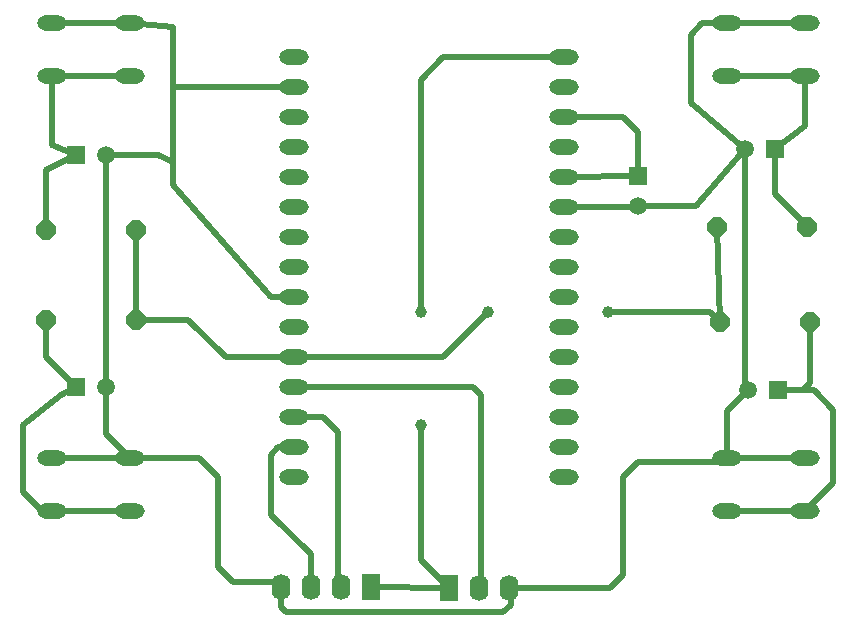
<source format=gbr>
G04 --- HEADER BEGIN --- *
G04 #@! TF.GenerationSoftware,LibrePCB,LibrePCB,0.1.6*
G04 #@! TF.CreationDate,2022-09-15T14:24:33*
G04 #@! TF.ProjectId,D&D Alerter,e525b3f6-46db-4784-bcd4-d1e7e9f5ff90,v1*
G04 #@! TF.Part,Single*
G04 #@! TF.SameCoordinates*
G04 #@! TF.FileFunction,Copper,L2,Bot*
G04 #@! TF.FilePolarity,Positive*
%FSLAX66Y66*%
%MOMM*%
G01*
G75*
G04 --- HEADER END --- *
G04 --- APERTURE LIST BEGIN --- *
G04 #@! TA.AperFunction,ComponentPad*
%ADD10O,1.587X2.19*%
%ADD11R,1.587X2.19*%
%ADD12C,1.5*%
%ADD13R,1.5X1.5*%
%ADD14O,2.5X1.3*%
%AMROTATEDOCTAGON15*4,1,8,0.8128,0.336673,0.336673,0.8128,-0.336673,0.8128,-0.8128,0.336673,-0.8128,-0.336673,-0.336673,-0.8128,0.336673,-0.8128,0.8128,-0.336673,0.8128,0.336673,0.0*%
%ADD15ROTATEDOCTAGON15*%
G04 #@! TA.AperFunction,Conductor*
%ADD16C,0.5*%
G04 #@! TA.AperFunction,ViaPad*
%ADD17C,1.0*%
G04 #@! TD*
G04 --- APERTURE LIST END --- *
G04 --- BOARD BEGIN --- *
D10*
G04 #@! TO.N,SDA*
G04 #@! TO.C,J1*
G04 #@! TO.P,J1,2,2*
X-7429596Y-27121428D03*
D11*
G04 #@! TO.N,VCC*
G04 #@! TO.P,J1,1,1*
X-4889596Y-27121428D03*
D10*
G04 #@! TO.N,GND*
G04 #@! TO.P,J1,4,4*
X-12509596Y-27121428D03*
G04 #@! TO.N,SCL*
G04 #@! TO.P,J1,3,3*
X-9969596Y-27121428D03*
D12*
G04 #@! TO.N,GND*
G04 #@! TO.C,C4*
G04 #@! TO.P,C4,-,-*
X27067224Y-10404236D03*
D13*
G04 #@! TO.N,N4*
G04 #@! TO.P,C4,+,+*
X29567224Y-10404236D03*
D12*
G04 #@! TO.N,GND*
G04 #@! TO.C,C2*
G04 #@! TO.P,C2,-,-*
X-27325000Y-10160000D03*
D13*
G04 #@! TO.N,N2*
G04 #@! TO.P,C2,+,+*
X-29825000Y-10160000D03*
D14*
G04 #@! TO.N,GND*
G04 #@! TO.C,S3*
G04 #@! TO.P,S3,1,1*
X31875000Y20665000D03*
G04 #@! TO.N,N3*
G04 #@! TO.P,S3,2,2*
X31875000Y16165000D03*
G04 #@! TO.P,S3,3,2*
X25275000Y16165000D03*
G04 #@! TO.N,GND*
G04 #@! TO.P,S3,4,1*
X25275000Y20665000D03*
G04 #@! TO.C,S4*
G04 #@! TO.P,S4,1,1*
X31875000Y-16165000D03*
G04 #@! TO.N,N4*
G04 #@! TO.P,S4,2,2*
X31875000Y-20665000D03*
G04 #@! TO.P,S4,3,2*
X25275000Y-20665000D03*
G04 #@! TO.N,GND*
G04 #@! TO.P,S4,4,1*
X25275000Y-16165000D03*
D15*
G04 #@! TO.N,BUTTONS*
G04 #@! TO.C,R4*
G04 #@! TO.P,R4,2,2*
X24693986Y-4683548D03*
G04 #@! TO.N,N4*
G04 #@! TO.P,R4,1,1*
X32313986Y-4683548D03*
D11*
G04 #@! TO.N,VCC*
G04 #@! TO.C,J2*
G04 #@! TO.P,J2,1,1*
X1714994Y-27195512D03*
D10*
G04 #@! TO.N,GND*
G04 #@! TO.P,J2,3,3*
X6794994Y-27195512D03*
G04 #@! TO.N,PIXELS*
G04 #@! TO.P,J2,2,2*
X4254994Y-27195512D03*
D15*
G04 #@! TO.N,BUTTONS*
G04 #@! TO.C,R3*
G04 #@! TO.P,R3,2,2*
X24463464Y3376838D03*
G04 #@! TO.N,N3*
G04 #@! TO.P,R3,1,1*
X32083464Y3376838D03*
D14*
G04 #@! TO.N,GND*
G04 #@! TO.C,S1*
G04 #@! TO.P,S1,1,1*
X-25275000Y20665000D03*
G04 #@! TO.N,N1*
G04 #@! TO.P,S1,2,2*
X-25275000Y16165000D03*
G04 #@! TO.P,S1,3,2*
X-31875000Y16165000D03*
G04 #@! TO.N,GND*
G04 #@! TO.P,S1,4,1*
X-31875000Y20665000D03*
D12*
G04 #@! TO.C,C3*
G04 #@! TO.P,C3,-,-*
X26807738Y9980182D03*
D13*
G04 #@! TO.N,N3*
G04 #@! TO.P,C3,+,+*
X29307738Y9980182D03*
D12*
G04 #@! TO.N,GND*
G04 #@! TO.C,C5*
G04 #@! TO.P,C5,-,-*
X17777216Y5181868D03*
D13*
G04 #@! TO.N,VCC_3V3*
G04 #@! TO.P,C5,+,+*
X17777216Y7681868D03*
D14*
G04 #@! TO.N,N/C*
G04 #@! TO.C,U1*
G04 #@! TO.P,U1,3,TX*
X-11350000Y12730000D03*
G04 #@! TO.N,VCC_3V3*
G04 #@! TO.P,U1,10,3V3*
X-11350000Y-5050000D03*
G04 #@! TO.P,U1,28,RST*
X11510000Y12730000D03*
G04 #@! TO.P,U1,26,3V3*
X11510000Y7650000D03*
G04 #@! TO.N,N/C*
G04 #@! TO.P,U1,8,D5*
X-11350000Y30000D03*
G04 #@! TO.P,U1,6,D7*
X-11350000Y5110000D03*
G04 #@! TO.P,U1,24,CLK*
X11510000Y2570000D03*
G04 #@! TO.P,U1,23,SDO*
X11510000Y30000D03*
G04 #@! TO.P,U1,5,D8*
X-11350000Y7650000D03*
G04 #@! TO.N,BUTTONS*
G04 #@! TO.P,U1,11,D4*
X-11350000Y-7590000D03*
G04 #@! TO.N,N/C*
G04 #@! TO.P,U1,20,SD2*
X11510000Y-7590000D03*
G04 #@! TO.P,U1,16,A0*
X11510000Y-17750000D03*
G04 #@! TO.P,U1,27,EN*
X11510000Y10190000D03*
G04 #@! TO.N,GND*
G04 #@! TO.P,U1,25,GND*
X11510000Y5110000D03*
G04 #@! TO.N,SCL*
G04 #@! TO.P,U1,14,D1*
X-11350000Y-15210000D03*
G04 #@! TO.N,VCC*
G04 #@! TO.P,U1,30,Vin*
X11510000Y17810000D03*
G04 #@! TO.N,N/C*
G04 #@! TO.P,U1,18*
X11510000Y-12670000D03*
G04 #@! TO.N,GND*
G04 #@! TO.P,U1,2,GND*
X-11350000Y15270000D03*
G04 #@! TO.N,N/C*
G04 #@! TO.P,U1,21,SD1*
X11510000Y-5050000D03*
G04 #@! TO.P,U1,22,CMD*
X11510000Y-2510000D03*
G04 #@! TO.N,GND*
G04 #@! TO.P,U1,29,GND*
X11510000Y15270000D03*
G04 #@! TO.N,N/C*
G04 #@! TO.P,U1,17*
X11510000Y-15210000D03*
G04 #@! TO.N,SDA*
G04 #@! TO.P,U1,13,D2*
X-11350000Y-12670000D03*
G04 #@! TO.N,VCC_3V3*
G04 #@! TO.P,U1,1,3V3*
X-11350000Y17810000D03*
G04 #@! TO.N,N/C*
G04 #@! TO.P,U1,15,D0*
X-11350000Y-17750000D03*
G04 #@! TO.P,U1,4,RX*
X-11350000Y10190000D03*
G04 #@! TO.P,U1,19,SD3*
X11510000Y-10130000D03*
G04 #@! TO.N,GND*
G04 #@! TO.P,U1,9,GND*
X-11350000Y-2510000D03*
G04 #@! TO.N,N/C*
G04 #@! TO.P,U1,7,D6*
X-11350000Y2570000D03*
G04 #@! TO.N,PIXELS*
G04 #@! TO.P,U1,12,D3*
X-11350000Y-10130000D03*
D15*
G04 #@! TO.N,BUTTONS*
G04 #@! TO.C,R1*
G04 #@! TO.P,R1,2,2*
X-24765000Y3175000D03*
G04 #@! TO.N,N1*
G04 #@! TO.P,R1,1,1*
X-32385000Y3175000D03*
G04 #@! TO.N,BUTTONS*
G04 #@! TO.C,R2*
G04 #@! TO.P,R2,2,2*
X-24765000Y-4445000D03*
G04 #@! TO.N,N2*
G04 #@! TO.P,R2,1,1*
X-32385000Y-4445000D03*
D12*
G04 #@! TO.N,GND*
G04 #@! TO.C,C1*
G04 #@! TO.P,C1,-,-*
X-27325000Y9525000D03*
D13*
G04 #@! TO.N,N1*
G04 #@! TO.P,C1,+,+*
X-29825000Y9525000D03*
D14*
G04 #@! TO.N,GND*
G04 #@! TO.C,S2*
G04 #@! TO.P,S2,1,1*
X-25275000Y-16165000D03*
G04 #@! TO.N,N2*
G04 #@! TO.P,S2,2,2*
X-25275000Y-20665000D03*
G04 #@! TO.P,S2,3,2*
X-31875000Y-20665000D03*
G04 #@! TO.N,GND*
G04 #@! TO.P,S2,4,1*
X-31875000Y-16165000D03*
D16*
G04 #@! TD.C*
G04 #@! TD.P*
G04 #@! TO.N,VCC_3V3*
X17780000Y11430000D02*
X17780000Y7684652D01*
X17777216Y7681868D02*
X11510000Y7650000D01*
X16480000Y12730000D02*
X17780000Y11430000D01*
X17780000Y7684652D02*
X17777216Y7681868D01*
X11510000Y12730000D02*
X16480000Y12730000D01*
G04 #@! TO.N,SDA*
X-7620000Y-13970000D02*
X-8890000Y-12700000D01*
X-11350000Y-12670000D02*
X-8920000Y-12670000D01*
X-7620000Y-13970000D02*
X-7620000Y-26931024D01*
X-8920000Y-12670000D02*
X-8890000Y-12700000D01*
X-7620000Y-26931024D02*
X-7429596Y-27121428D01*
G04 #@! TO.N,PIXELS*
X4445000Y-27005506D02*
X4254994Y-27195512D01*
X4445000Y-10795000D02*
X4445000Y-27005506D01*
X3780000Y-10130000D02*
X4445000Y-10795000D01*
X-11350000Y-10130000D02*
X3780000Y-10130000D01*
G04 #@! TO.N,GND*
X6794994Y-27195512D02*
X15349488Y-27195512D01*
X-21590000Y20320000D02*
X-21590000Y15240000D01*
X-12509596Y-27121428D02*
X-12509596Y-28765404D01*
X22225000Y13927920D02*
X26807738Y9980182D01*
X23205000Y20665000D02*
X22225000Y19685000D01*
X-21590000Y8890000D02*
X-21590000Y6985000D01*
X17705348Y5110000D02*
X17777216Y5181868D01*
X-25275000Y20665000D02*
X-21590000Y20320000D01*
X31875000Y20665000D02*
X25275000Y20665000D01*
X26807738Y9980182D02*
X26807738Y-10144750D01*
X22644424Y5181868D02*
X26807738Y9980182D01*
X31875000Y-16165000D02*
X25275000Y-16165000D01*
X-25275000Y20665000D02*
X-31875000Y20665000D01*
X22225000Y19685000D02*
X22225000Y13927920D01*
X-17780000Y-17780000D02*
X-17780000Y-25400000D01*
X-21590000Y15240000D02*
X-21590000Y8890000D01*
X-16510000Y-26670000D02*
X-12961024Y-26670000D01*
X17780000Y-16510000D02*
X24930000Y-16510000D01*
X16510000Y-26035000D02*
X16510000Y-17780000D01*
X-13335000Y-2540000D02*
X-11380000Y-2540000D01*
X25275000Y-12196460D02*
X27067224Y-10404236D01*
X-12961024Y-26670000D02*
X-12509596Y-27121428D01*
X-12509596Y-28765404D02*
X-12065000Y-29210000D01*
X-21590000Y8890000D02*
X-22860000Y9525000D01*
X-11380000Y15240000D02*
X-11350000Y15270000D01*
X15349488Y-27195512D02*
X16510000Y-26035000D01*
X-17780000Y-25400000D02*
X-16510000Y-26670000D01*
X6350000Y-29210000D02*
X6985000Y-28575000D01*
X-21590000Y15240000D02*
X-11380000Y15240000D01*
X6985000Y-27385518D02*
X6794994Y-27195512D01*
X-27325000Y9525000D02*
X-22860000Y9525000D01*
X-21590000Y6985000D02*
X-13335000Y-2540000D01*
X-12065000Y-29210000D02*
X6350000Y-29210000D01*
X11510000Y5110000D02*
X17705348Y5110000D01*
X6985000Y-28575000D02*
X6985000Y-27385518D01*
X-11380000Y-2540000D02*
X-11350000Y-2510000D01*
X16510000Y-17780000D02*
X17780000Y-16510000D01*
X26807738Y-10144750D02*
X27067224Y-10404236D01*
X25275000Y20665000D02*
X23205000Y20665000D01*
X-25275000Y-16165000D02*
X-31875000Y-16165000D01*
X25275000Y-16165000D02*
X25275000Y-12196460D01*
X17777216Y5181868D02*
X22644424Y5181868D01*
X-27325000Y-14115000D02*
X-25275000Y-16165000D01*
X-27325000Y-10160000D02*
X-27325000Y-14115000D01*
X-19395000Y-16165000D02*
X-17780000Y-17780000D01*
X-25275000Y-16165000D02*
X-19395000Y-16165000D01*
X24930000Y-16510000D02*
X25275000Y-16165000D01*
X-27325000Y-10160000D02*
X-27325000Y9525000D01*
G04 #@! TO.N,N2*
X-32675000Y-20665000D02*
X-34290000Y-19050000D01*
X-29825000Y-10160000D02*
X-31115000Y-10795000D01*
X-34290000Y-19050000D02*
X-34290000Y-13335000D01*
X-25275000Y-20665000D02*
X-31875000Y-20665000D01*
X-32385000Y-4445000D02*
X-32385000Y-7600000D01*
X-32385000Y-7600000D02*
X-29825000Y-10160000D01*
X-31875000Y-20665000D02*
X-32675000Y-20665000D01*
X-34290000Y-13335000D02*
X-31115000Y-10795000D01*
G04 #@! TO.N,N1*
X-25275000Y16165000D02*
X-31875000Y16165000D01*
X-29825000Y9525000D02*
X-32385000Y8255000D01*
X-32385000Y8255000D02*
X-32385000Y4445000D01*
X-31875000Y10305000D02*
X-29825000Y9525000D01*
X-32385000Y3175000D02*
X-32385000Y4445000D01*
X-31875000Y16165000D02*
X-31875000Y10305000D01*
G04 #@! TO.N,N3*
X31875000Y16165000D02*
X25275000Y16165000D01*
X31875000Y16165000D02*
X31875000Y11912444D01*
X32083464Y3476536D02*
X29389818Y6170182D01*
X31875000Y11912444D02*
X29307738Y9980182D01*
X32083464Y3376838D02*
X32083464Y3476536D01*
X29307738Y9980182D02*
X29389818Y6170182D01*
D17*
G04 #@! TO.N,VCC*
X-635000Y-3810000D03*
X-635000Y-13335000D03*
D16*
X-635000Y-3810000D02*
X-635000Y15875000D01*
X-635000Y15875000D02*
X1270000Y17780000D01*
X11480000Y17780000D02*
X11510000Y17810000D01*
X1270000Y17780000D02*
X11480000Y17780000D01*
X-635000Y-24845518D02*
X1714994Y-27195512D01*
X1714994Y-27195512D02*
X-4889596Y-27121428D01*
X-635000Y-13335000D02*
X-635000Y-24845518D01*
G04 #@! TO.N,SCL*
X-13335000Y-15875000D02*
X-12700000Y-15240000D01*
X-13335000Y-20955000D02*
X-13335000Y-15875000D01*
X-11380000Y-15240000D02*
X-11350000Y-15210000D01*
X-12700000Y-15240000D02*
X-11380000Y-15240000D01*
X-9969596Y-27121428D02*
X-9969596Y-24320404D01*
X-9969596Y-24320404D02*
X-13335000Y-20955000D01*
G04 #@! TO.N,N4*
X31875000Y-20665000D02*
X25275000Y-20665000D01*
X32629236Y-10404236D02*
X34290000Y-12065000D01*
X32313986Y-4683548D02*
X32313986Y-9840250D01*
X32313986Y-9840250D02*
X31750000Y-10404236D01*
X31750000Y-10404236D02*
X29567224Y-10404236D01*
X34290000Y-12065000D02*
X34290000Y-18250000D01*
X34290000Y-18250000D02*
X31875000Y-20665000D01*
X31750000Y-10404236D02*
X32629236Y-10404236D01*
D17*
G04 #@! TO.N,BUTTONS*
X5080000Y-3810000D03*
X15240000Y-3810000D03*
D16*
X24693986Y-4683548D02*
X24463464Y3376838D01*
X-17145000Y-7620000D02*
X-11380000Y-7620000D01*
X1270000Y-7620000D02*
X5080000Y-3810000D01*
X15240000Y-3810000D02*
X23820438Y-3810000D01*
X-24765000Y-4445000D02*
X-20320000Y-4445000D01*
X-11380000Y-7620000D02*
X1270000Y-7620000D01*
X-11380000Y-7620000D02*
X-11350000Y-7590000D01*
X23820438Y-3810000D02*
X24693986Y-4683548D01*
X-20320000Y-4445000D02*
X-17145000Y-7620000D01*
X-24765000Y-4445000D02*
X-24765000Y3175000D01*
G04 --- BOARD END --- *
G04 #@! TF.MD5,b688ae11a68a3995b5a112e5ba900505*
M02*

</source>
